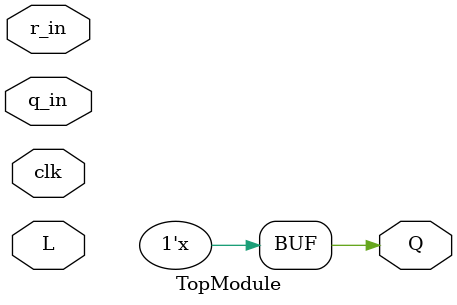
<source format=sv>

module TopModule (
  input clk,
  input L,
  input q_in,
  input r_in,
  output reg Q
);
assign Q = {q_in[1] ^ q_in[2], q_in[0], q_in[2]};
endmodule

</source>
